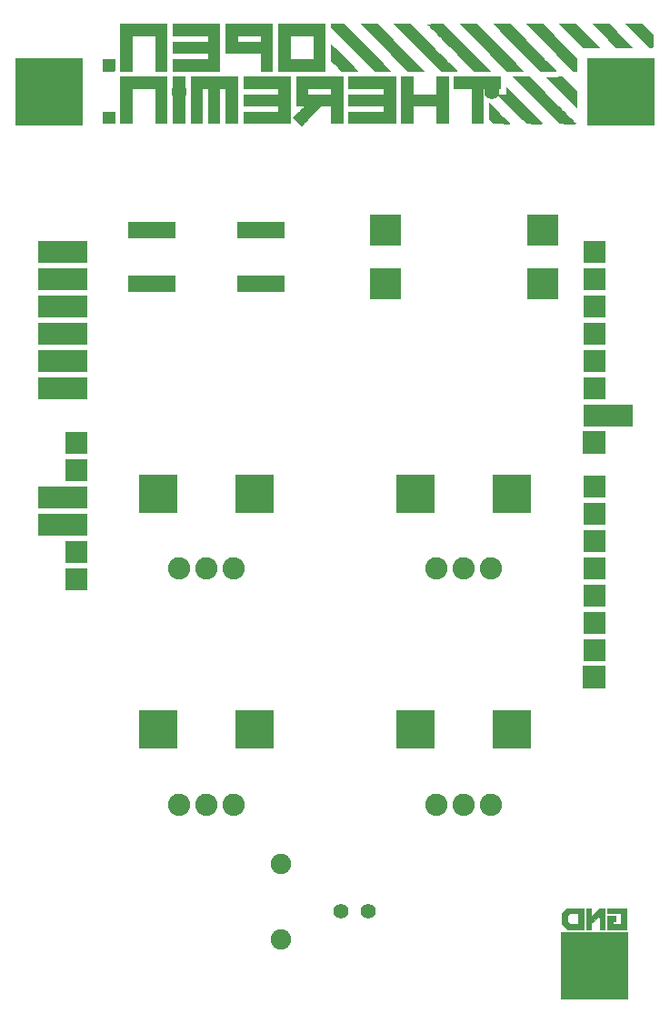
<source format=gbr>
G04 #@! TF.FileFunction,Soldermask,Bot*
%FSLAX46Y46*%
G04 Gerber Fmt 4.6, Leading zero omitted, Abs format (unit mm)*
G04 Created by KiCad (PCBNEW 4.1.0-alpha+201607190716+6983~46~ubuntu14.04.1-product) date Fri Sep 16 20:27:53 2016*
%MOMM*%
%LPD*%
G01*
G04 APERTURE LIST*
%ADD10C,0.100000*%
%ADD11C,0.010000*%
%ADD12R,2.100000X2.100000*%
%ADD13R,6.242000X6.242000*%
%ADD14C,1.400000*%
%ADD15C,1.900000*%
%ADD16R,2.900000X2.900000*%
%ADD17R,3.600000X3.600000*%
%ADD18C,2.076400*%
%ADD19R,4.400000X1.600000*%
G04 APERTURE END LIST*
D10*
D11*
G36*
X86358666Y-78897500D02*
X86760833Y-78897500D01*
X86886066Y-78898285D01*
X86995392Y-78900470D01*
X87082308Y-78903803D01*
X87140315Y-78908028D01*
X87162912Y-78912891D01*
X87163000Y-78913222D01*
X87148550Y-78931308D01*
X87107445Y-78975769D01*
X87043054Y-79043135D01*
X86958746Y-79129935D01*
X86857891Y-79232700D01*
X86743856Y-79347960D01*
X86628733Y-79463520D01*
X86094466Y-79998095D01*
X86464464Y-80368547D01*
X86566696Y-80470482D01*
X86658977Y-80561687D01*
X86737141Y-80638112D01*
X86797024Y-80695705D01*
X86834459Y-80730415D01*
X86845364Y-80739000D01*
X86861854Y-80724438D01*
X86905645Y-80682460D01*
X86974148Y-80615626D01*
X87064772Y-80526496D01*
X87174928Y-80417630D01*
X87302026Y-80291589D01*
X87443476Y-80150932D01*
X87596687Y-79998221D01*
X87759070Y-79836014D01*
X87776833Y-79818250D01*
X88697401Y-78897500D01*
X89618333Y-78897500D01*
X89618333Y-80527333D01*
X90676666Y-80527333D01*
X90676666Y-77267666D01*
X89618333Y-77267666D01*
X89618333Y-77839166D01*
X87395833Y-77839166D01*
X87395833Y-77267666D01*
X89618333Y-77267666D01*
X90676666Y-77267666D01*
X90676666Y-76209333D01*
X86358666Y-76209333D01*
X86358666Y-78897500D01*
X86358666Y-78897500D01*
G37*
X86358666Y-78897500D02*
X86760833Y-78897500D01*
X86886066Y-78898285D01*
X86995392Y-78900470D01*
X87082308Y-78903803D01*
X87140315Y-78908028D01*
X87162912Y-78912891D01*
X87163000Y-78913222D01*
X87148550Y-78931308D01*
X87107445Y-78975769D01*
X87043054Y-79043135D01*
X86958746Y-79129935D01*
X86857891Y-79232700D01*
X86743856Y-79347960D01*
X86628733Y-79463520D01*
X86094466Y-79998095D01*
X86464464Y-80368547D01*
X86566696Y-80470482D01*
X86658977Y-80561687D01*
X86737141Y-80638112D01*
X86797024Y-80695705D01*
X86834459Y-80730415D01*
X86845364Y-80739000D01*
X86861854Y-80724438D01*
X86905645Y-80682460D01*
X86974148Y-80615626D01*
X87064772Y-80526496D01*
X87174928Y-80417630D01*
X87302026Y-80291589D01*
X87443476Y-80150932D01*
X87596687Y-79998221D01*
X87759070Y-79836014D01*
X87776833Y-79818250D01*
X88697401Y-78897500D01*
X89618333Y-78897500D01*
X89618333Y-80527333D01*
X90676666Y-80527333D01*
X90676666Y-77267666D01*
X89618333Y-77267666D01*
X89618333Y-77839166D01*
X87395833Y-77839166D01*
X87395833Y-77267666D01*
X89618333Y-77267666D01*
X90676666Y-77267666D01*
X90676666Y-76209333D01*
X86358666Y-76209333D01*
X86358666Y-78897500D01*
G36*
X108720735Y-78367818D02*
X110879143Y-80526304D01*
X111625830Y-80532110D01*
X111798857Y-80533166D01*
X111957705Y-80533577D01*
X112097604Y-80533374D01*
X112213784Y-80532588D01*
X112301474Y-80531250D01*
X112355904Y-80529391D01*
X112372509Y-80527294D01*
X112357811Y-80511357D01*
X112314834Y-80467184D01*
X112245249Y-80396453D01*
X112150729Y-80300845D01*
X112032945Y-80182040D01*
X111893569Y-80041718D01*
X111734273Y-79881558D01*
X111556729Y-79703242D01*
X111362609Y-79508449D01*
X111153584Y-79298859D01*
X110931327Y-79076152D01*
X110697509Y-78842008D01*
X110453802Y-78598107D01*
X110218753Y-78363002D01*
X108065006Y-76209333D01*
X106562328Y-76209333D01*
X108720735Y-78367818D01*
X108720735Y-78367818D01*
G37*
X108720735Y-78367818D02*
X110879143Y-80526304D01*
X111625830Y-80532110D01*
X111798857Y-80533166D01*
X111957705Y-80533577D01*
X112097604Y-80533374D01*
X112213784Y-80532588D01*
X112301474Y-80531250D01*
X112355904Y-80529391D01*
X112372509Y-80527294D01*
X112357811Y-80511357D01*
X112314834Y-80467184D01*
X112245249Y-80396453D01*
X112150729Y-80300845D01*
X112032945Y-80182040D01*
X111893569Y-80041718D01*
X111734273Y-79881558D01*
X111556729Y-79703242D01*
X111362609Y-79508449D01*
X111153584Y-79298859D01*
X110931327Y-79076152D01*
X110697509Y-78842008D01*
X110453802Y-78598107D01*
X110218753Y-78363002D01*
X108065006Y-76209333D01*
X106562328Y-76209333D01*
X108720735Y-78367818D01*
G36*
X105980166Y-77839166D02*
X105101875Y-77839166D01*
X106445319Y-79182735D01*
X107788762Y-80526304D01*
X108535473Y-80532110D01*
X108708503Y-80533165D01*
X108867354Y-80533575D01*
X109007256Y-80533371D01*
X109123440Y-80532584D01*
X109211133Y-80531244D01*
X109265566Y-80529382D01*
X109282176Y-80527282D01*
X109267514Y-80511208D01*
X109224807Y-80467144D01*
X109155963Y-80397013D01*
X109062892Y-80302737D01*
X108947505Y-80186238D01*
X108811712Y-80049438D01*
X108657422Y-79894259D01*
X108486546Y-79722624D01*
X108300994Y-79536455D01*
X108102676Y-79337674D01*
X107893501Y-79128203D01*
X107675380Y-78909964D01*
X107631166Y-78865750D01*
X105980166Y-77214851D01*
X105980166Y-77839166D01*
X105980166Y-77839166D01*
G37*
X105980166Y-77839166D02*
X105101875Y-77839166D01*
X106445319Y-79182735D01*
X107788762Y-80526304D01*
X108535473Y-80532110D01*
X108708503Y-80533165D01*
X108867354Y-80533575D01*
X109007256Y-80533371D01*
X109123440Y-80532584D01*
X109211133Y-80531244D01*
X109265566Y-80529382D01*
X109282176Y-80527282D01*
X109267514Y-80511208D01*
X109224807Y-80467144D01*
X109155963Y-80397013D01*
X109062892Y-80302737D01*
X108947505Y-80186238D01*
X108811712Y-80049438D01*
X108657422Y-79894259D01*
X108486546Y-79722624D01*
X108300994Y-79536455D01*
X108102676Y-79337674D01*
X107893501Y-79128203D01*
X107675380Y-78909964D01*
X107631166Y-78865750D01*
X105980166Y-77214851D01*
X105980166Y-77839166D01*
G36*
X104351080Y-79408964D02*
X104350333Y-80163846D01*
X104709629Y-80516750D01*
X105461327Y-80527333D01*
X105634949Y-80529777D01*
X105794408Y-80532022D01*
X105934950Y-80534001D01*
X106051821Y-80535647D01*
X106140266Y-80536892D01*
X106195531Y-80537670D01*
X106212985Y-80537916D01*
X106198521Y-80523283D01*
X106156824Y-80481084D01*
X106090412Y-80413867D01*
X106001802Y-80324181D01*
X105893513Y-80214576D01*
X105768064Y-80087600D01*
X105627972Y-79945801D01*
X105475756Y-79791729D01*
X105313935Y-79627933D01*
X105282386Y-79596000D01*
X104351827Y-78654083D01*
X104351080Y-79408964D01*
X104351080Y-79408964D01*
G37*
X104351080Y-79408964D02*
X104350333Y-80163846D01*
X104709629Y-80516750D01*
X105461327Y-80527333D01*
X105634949Y-80529777D01*
X105794408Y-80532022D01*
X105934950Y-80534001D01*
X106051821Y-80535647D01*
X106140266Y-80536892D01*
X106195531Y-80537670D01*
X106212985Y-80537916D01*
X106198521Y-80523283D01*
X106156824Y-80481084D01*
X106090412Y-80413867D01*
X106001802Y-80324181D01*
X105893513Y-80214576D01*
X105768064Y-80087600D01*
X105627972Y-79945801D01*
X105475756Y-79791729D01*
X105313935Y-79627933D01*
X105282386Y-79596000D01*
X104351827Y-78654083D01*
X104351080Y-79408964D01*
G36*
X103233791Y-76209317D02*
X101069500Y-76209333D01*
X101069500Y-77267666D01*
X102699333Y-77267666D01*
X102699333Y-80527333D01*
X103757666Y-80527333D01*
X103757666Y-77267666D01*
X105386083Y-77267666D01*
X105392083Y-76738484D01*
X105398083Y-76209301D01*
X103233791Y-76209317D01*
X103233791Y-76209317D01*
G37*
X103233791Y-76209317D02*
X101069500Y-76209333D01*
X101069500Y-77267666D01*
X102699333Y-77267666D01*
X102699333Y-80527333D01*
X103757666Y-80527333D01*
X103757666Y-77267666D01*
X105386083Y-77267666D01*
X105392083Y-76738484D01*
X105398083Y-76209301D01*
X103233791Y-76209317D01*
G36*
X99439666Y-77839166D02*
X97217166Y-77839166D01*
X97217166Y-76209333D01*
X96158833Y-76209333D01*
X96158833Y-80527333D01*
X97217166Y-80527333D01*
X97217166Y-78897122D01*
X98323125Y-78902602D01*
X99429083Y-78908083D01*
X99434626Y-79717708D01*
X99440170Y-80527333D01*
X100498000Y-80527333D01*
X100498000Y-76209333D01*
X99439666Y-76209333D01*
X99439666Y-77839166D01*
X99439666Y-77839166D01*
G37*
X99439666Y-77839166D02*
X97217166Y-77839166D01*
X97217166Y-76209333D01*
X96158833Y-76209333D01*
X96158833Y-80527333D01*
X97217166Y-80527333D01*
X97217166Y-78897122D01*
X98323125Y-78902602D01*
X99429083Y-78908083D01*
X99434626Y-79717708D01*
X99440170Y-80527333D01*
X100498000Y-80527333D01*
X100498000Y-76209333D01*
X99439666Y-76209333D01*
X99439666Y-77839166D01*
G36*
X91248166Y-77267666D02*
X94529000Y-77267666D01*
X94529000Y-77839166D01*
X91248166Y-77839166D01*
X91248166Y-78897500D01*
X94530194Y-78897500D01*
X94524305Y-79188541D01*
X94518416Y-79479583D01*
X91248166Y-79490427D01*
X91248166Y-80527333D01*
X95587333Y-80527333D01*
X95587333Y-76209333D01*
X91248166Y-76209333D01*
X91248166Y-77267666D01*
X91248166Y-77267666D01*
G37*
X91248166Y-77267666D02*
X94529000Y-77267666D01*
X94529000Y-77839166D01*
X91248166Y-77839166D01*
X91248166Y-78897500D01*
X94530194Y-78897500D01*
X94524305Y-79188541D01*
X94518416Y-79479583D01*
X91248166Y-79490427D01*
X91248166Y-80527333D01*
X95587333Y-80527333D01*
X95587333Y-76209333D01*
X91248166Y-76209333D01*
X91248166Y-77267666D01*
G36*
X81448000Y-77267666D02*
X84707666Y-77267666D01*
X84707666Y-77839166D01*
X81448000Y-77839166D01*
X81448000Y-78897500D01*
X84707666Y-78897500D01*
X84707666Y-79490166D01*
X81448000Y-79490166D01*
X81448000Y-80527333D01*
X85766000Y-80527333D01*
X85766000Y-76209333D01*
X81448000Y-76209333D01*
X81448000Y-77267666D01*
X81448000Y-77267666D01*
G37*
X81448000Y-77267666D02*
X84707666Y-77267666D01*
X84707666Y-77839166D01*
X81448000Y-77839166D01*
X81448000Y-78897500D01*
X84707666Y-78897500D01*
X84707666Y-79490166D01*
X81448000Y-79490166D01*
X81448000Y-80527333D01*
X85766000Y-80527333D01*
X85766000Y-76209333D01*
X81448000Y-76209333D01*
X81448000Y-77267666D01*
G36*
X76537333Y-80527333D02*
X77595666Y-80527333D01*
X77595666Y-77267666D01*
X78167166Y-77267666D01*
X78167166Y-80527333D01*
X79225500Y-80527333D01*
X79225500Y-77267666D01*
X79818166Y-77267666D01*
X79818166Y-80527333D01*
X80855333Y-80527333D01*
X80855333Y-76209333D01*
X76537333Y-76209333D01*
X76537333Y-80527333D01*
X76537333Y-80527333D01*
G37*
X76537333Y-80527333D02*
X77595666Y-80527333D01*
X77595666Y-77267666D01*
X78167166Y-77267666D01*
X78167166Y-80527333D01*
X79225500Y-80527333D01*
X79225500Y-77267666D01*
X79818166Y-77267666D01*
X79818166Y-80527333D01*
X80855333Y-80527333D01*
X80855333Y-76209333D01*
X76537333Y-76209333D01*
X76537333Y-80527333D01*
G36*
X74907500Y-80527333D02*
X75965833Y-80527333D01*
X75965833Y-76209333D01*
X74907500Y-76209333D01*
X74907500Y-80527333D01*
X74907500Y-80527333D01*
G37*
X74907500Y-80527333D02*
X75965833Y-80527333D01*
X75965833Y-76209333D01*
X74907500Y-76209333D01*
X74907500Y-80527333D01*
G36*
X69996833Y-80527333D02*
X71055166Y-80527333D01*
X71055166Y-77267666D01*
X73256500Y-77267666D01*
X73256500Y-80527333D01*
X74314833Y-80527333D01*
X74314833Y-76209333D01*
X69996833Y-76209333D01*
X69996833Y-80527333D01*
X69996833Y-80527333D01*
G37*
X69996833Y-80527333D02*
X71055166Y-80527333D01*
X71055166Y-77267666D01*
X73256500Y-77267666D01*
X73256500Y-80527333D01*
X74314833Y-80527333D01*
X74314833Y-76209333D01*
X69996833Y-76209333D01*
X69996833Y-80527333D01*
G36*
X68367000Y-80527333D02*
X69425333Y-80527333D01*
X69425333Y-79490166D01*
X68367000Y-79490166D01*
X68367000Y-80527333D01*
X68367000Y-80527333D01*
G37*
X68367000Y-80527333D02*
X69425333Y-80527333D01*
X69425333Y-79490166D01*
X68367000Y-79490166D01*
X68367000Y-80527333D01*
G36*
X110389676Y-76214362D02*
X109644211Y-76219916D01*
X111050529Y-77627500D01*
X112456846Y-79035083D01*
X112456912Y-78283666D01*
X112456977Y-77532250D01*
X111796059Y-76870529D01*
X111135141Y-76208809D01*
X110389676Y-76214362D01*
X110389676Y-76214362D01*
G37*
X110389676Y-76214362D02*
X109644211Y-76219916D01*
X111050529Y-77627500D01*
X112456846Y-79035083D01*
X112456912Y-78283666D01*
X112456977Y-77532250D01*
X111796059Y-76870529D01*
X111135141Y-76208809D01*
X110389676Y-76214362D01*
G36*
X109980666Y-73468250D02*
X112150172Y-75637833D01*
X112457166Y-75637833D01*
X112457166Y-74441810D01*
X110885489Y-72870238D01*
X109313811Y-71298666D01*
X107811161Y-71298666D01*
X109980666Y-73468250D01*
X109980666Y-73468250D01*
G37*
X109980666Y-73468250D02*
X112150172Y-75637833D01*
X112457166Y-75637833D01*
X112457166Y-74441810D01*
X110885489Y-72870238D01*
X109313811Y-71298666D01*
X107811161Y-71298666D01*
X109980666Y-73468250D01*
G36*
X106911500Y-73468250D02*
X109081006Y-75637833D01*
X109816586Y-75637833D01*
X109988279Y-75637607D01*
X110145757Y-75636965D01*
X110284214Y-75635960D01*
X110398842Y-75634646D01*
X110484834Y-75633075D01*
X110537384Y-75631302D01*
X110552166Y-75629676D01*
X110537504Y-75613997D01*
X110494626Y-75570012D01*
X110425201Y-75499400D01*
X110330894Y-75403842D01*
X110213372Y-75285019D01*
X110074303Y-75144610D01*
X109915352Y-74984295D01*
X109738187Y-74805756D01*
X109544474Y-74610672D01*
X109335880Y-74400724D01*
X109114071Y-74177592D01*
X108880714Y-73942956D01*
X108637476Y-73698497D01*
X108400161Y-73460092D01*
X106248155Y-71298666D01*
X104741994Y-71298666D01*
X106911500Y-73468250D01*
X106911500Y-73468250D01*
G37*
X106911500Y-73468250D02*
X109081006Y-75637833D01*
X109816586Y-75637833D01*
X109988279Y-75637607D01*
X110145757Y-75636965D01*
X110284214Y-75635960D01*
X110398842Y-75634646D01*
X110484834Y-75633075D01*
X110537384Y-75631302D01*
X110552166Y-75629676D01*
X110537504Y-75613997D01*
X110494626Y-75570012D01*
X110425201Y-75499400D01*
X110330894Y-75403842D01*
X110213372Y-75285019D01*
X110074303Y-75144610D01*
X109915352Y-74984295D01*
X109738187Y-74805756D01*
X109544474Y-74610672D01*
X109335880Y-74400724D01*
X109114071Y-74177592D01*
X108880714Y-73942956D01*
X108637476Y-73698497D01*
X108400161Y-73460092D01*
X106248155Y-71298666D01*
X104741994Y-71298666D01*
X106911500Y-73468250D01*
G36*
X103821166Y-73468250D02*
X105990672Y-75637833D01*
X107493506Y-75637833D01*
X105324000Y-73468250D01*
X103154494Y-71298666D01*
X101651661Y-71298666D01*
X103821166Y-73468250D01*
X103821166Y-73468250D01*
G37*
X103821166Y-73468250D02*
X105990672Y-75637833D01*
X107493506Y-75637833D01*
X105324000Y-73468250D01*
X103154494Y-71298666D01*
X101651661Y-71298666D01*
X103821166Y-73468250D01*
G36*
X99156931Y-71299106D02*
X98999534Y-71300355D01*
X98861188Y-71302310D01*
X98746694Y-71304867D01*
X98660852Y-71307923D01*
X98608461Y-71311374D01*
X98593815Y-71314541D01*
X98608608Y-71331100D01*
X98651678Y-71375891D01*
X98721352Y-71447230D01*
X98815957Y-71543431D01*
X98933820Y-71662809D01*
X99073269Y-71803677D01*
X99232630Y-71964351D01*
X99410231Y-72143146D01*
X99604398Y-72338375D01*
X99813459Y-72548353D01*
X100035741Y-72771395D01*
X100269571Y-73005816D01*
X100513275Y-73249929D01*
X100747523Y-73484383D01*
X102900416Y-75638351D01*
X104403172Y-75637833D01*
X102233666Y-73468250D01*
X100064161Y-71298666D01*
X99328580Y-71298666D01*
X99156931Y-71299106D01*
X99156931Y-71299106D01*
G37*
X99156931Y-71299106D02*
X98999534Y-71300355D01*
X98861188Y-71302310D01*
X98746694Y-71304867D01*
X98660852Y-71307923D01*
X98608461Y-71311374D01*
X98593815Y-71314541D01*
X98608608Y-71331100D01*
X98651678Y-71375891D01*
X98721352Y-71447230D01*
X98815957Y-71543431D01*
X98933820Y-71662809D01*
X99073269Y-71803677D01*
X99232630Y-71964351D01*
X99410231Y-72143146D01*
X99604398Y-72338375D01*
X99813459Y-72548353D01*
X100035741Y-72771395D01*
X100269571Y-73005816D01*
X100513275Y-73249929D01*
X100747523Y-73484383D01*
X102900416Y-75638351D01*
X104403172Y-75637833D01*
X102233666Y-73468250D01*
X100064161Y-71298666D01*
X99328580Y-71298666D01*
X99156931Y-71299106D01*
G36*
X97661666Y-73468250D02*
X99831172Y-75637833D01*
X100566753Y-75637833D01*
X100738445Y-75637392D01*
X100895922Y-75636140D01*
X101034379Y-75634179D01*
X101149007Y-75631615D01*
X101235000Y-75628551D01*
X101287550Y-75625091D01*
X101302333Y-75621919D01*
X101287632Y-75605360D01*
X101244645Y-75560578D01*
X101175043Y-75489256D01*
X101080499Y-75393079D01*
X100962686Y-75273733D01*
X100823277Y-75132902D01*
X100663943Y-74972270D01*
X100486358Y-74793524D01*
X100292193Y-74598347D01*
X100083123Y-74388424D01*
X99860818Y-74165441D01*
X99626951Y-73931082D01*
X99383196Y-73687032D01*
X99148586Y-73452336D01*
X96994839Y-71298666D01*
X95492161Y-71298666D01*
X97661666Y-73468250D01*
X97661666Y-73468250D01*
G37*
X97661666Y-73468250D02*
X99831172Y-75637833D01*
X100566753Y-75637833D01*
X100738445Y-75637392D01*
X100895922Y-75636140D01*
X101034379Y-75634179D01*
X101149007Y-75631615D01*
X101235000Y-75628551D01*
X101287550Y-75625091D01*
X101302333Y-75621919D01*
X101287632Y-75605360D01*
X101244645Y-75560578D01*
X101175043Y-75489256D01*
X101080499Y-75393079D01*
X100962686Y-75273733D01*
X100823277Y-75132902D01*
X100663943Y-74972270D01*
X100486358Y-74793524D01*
X100292193Y-74598347D01*
X100083123Y-74388424D01*
X99860818Y-74165441D01*
X99626951Y-73931082D01*
X99383196Y-73687032D01*
X99148586Y-73452336D01*
X96994839Y-71298666D01*
X95492161Y-71298666D01*
X97661666Y-73468250D01*
G36*
X94571333Y-73468250D02*
X96740839Y-75637833D01*
X98243672Y-75637833D01*
X96074166Y-73468250D01*
X93904661Y-71298666D01*
X92401827Y-71298666D01*
X94571333Y-73468250D01*
X94571333Y-73468250D01*
G37*
X94571333Y-73468250D02*
X96740839Y-75637833D01*
X98243672Y-75637833D01*
X96074166Y-73468250D01*
X93904661Y-71298666D01*
X92401827Y-71298666D01*
X94571333Y-73468250D01*
G36*
X89618333Y-71605666D02*
X91634500Y-73621749D01*
X93650666Y-75637833D01*
X95153339Y-75637833D01*
X92983833Y-73468250D01*
X90814327Y-71298666D01*
X89618333Y-71298666D01*
X89618333Y-71605666D01*
X89618333Y-71605666D01*
G37*
X89618333Y-71605666D02*
X91634500Y-73621749D01*
X93650666Y-75637833D01*
X95153339Y-75637833D01*
X92983833Y-73468250D01*
X90814327Y-71298666D01*
X89618333Y-71298666D01*
X89618333Y-71605666D01*
G36*
X89623317Y-73949712D02*
X89617718Y-74695916D01*
X90089936Y-75166875D01*
X90562155Y-75637833D01*
X92062945Y-75637833D01*
X90845931Y-74420670D01*
X89628916Y-73203507D01*
X89623317Y-73949712D01*
X89623317Y-73949712D01*
G37*
X89623317Y-73949712D02*
X89617718Y-74695916D01*
X90089936Y-75166875D01*
X90562155Y-75637833D01*
X92062945Y-75637833D01*
X90845931Y-74420670D01*
X89628916Y-73203507D01*
X89623317Y-73949712D01*
G36*
X84707666Y-75637833D02*
X89046833Y-75637833D01*
X89046833Y-73453950D01*
X87988500Y-73453950D01*
X87988232Y-73665582D01*
X87987462Y-73864329D01*
X87986242Y-74046185D01*
X87984623Y-74207147D01*
X87982657Y-74343210D01*
X87980396Y-74450369D01*
X87977890Y-74524620D01*
X87975191Y-74561959D01*
X87974200Y-74565577D01*
X87950872Y-74568235D01*
X87889226Y-74570524D01*
X87793278Y-74572413D01*
X87667044Y-74573869D01*
X87514537Y-74574860D01*
X87339774Y-74575354D01*
X87146768Y-74575319D01*
X86939535Y-74574724D01*
X86868242Y-74574396D01*
X85776583Y-74568916D01*
X85776583Y-72367583D01*
X86882541Y-72362102D01*
X87988500Y-72356622D01*
X87988500Y-73453950D01*
X89046833Y-73453950D01*
X89046833Y-71298666D01*
X84707666Y-71298666D01*
X84707666Y-75637833D01*
X84707666Y-75637833D01*
G37*
X84707666Y-75637833D02*
X89046833Y-75637833D01*
X89046833Y-73453950D01*
X87988500Y-73453950D01*
X87988232Y-73665582D01*
X87987462Y-73864329D01*
X87986242Y-74046185D01*
X87984623Y-74207147D01*
X87982657Y-74343210D01*
X87980396Y-74450369D01*
X87977890Y-74524620D01*
X87975191Y-74561959D01*
X87974200Y-74565577D01*
X87950872Y-74568235D01*
X87889226Y-74570524D01*
X87793278Y-74572413D01*
X87667044Y-74573869D01*
X87514537Y-74574860D01*
X87339774Y-74575354D01*
X87146768Y-74575319D01*
X86939535Y-74574724D01*
X86868242Y-74574396D01*
X85776583Y-74568916D01*
X85776583Y-72367583D01*
X86882541Y-72362102D01*
X87988500Y-72356622D01*
X87988500Y-73453950D01*
X89046833Y-73453950D01*
X89046833Y-71298666D01*
X84707666Y-71298666D01*
X84707666Y-75637833D01*
G36*
X79818166Y-73986570D02*
X83067250Y-73997416D01*
X83072790Y-74817625D01*
X83078330Y-75637833D01*
X84136166Y-75637833D01*
X84136166Y-72928877D01*
X83077833Y-72928877D01*
X81971875Y-72923397D01*
X80865916Y-72917916D01*
X80865916Y-72367583D01*
X81971875Y-72362102D01*
X83077833Y-72356622D01*
X83077833Y-72928877D01*
X84136166Y-72928877D01*
X84136166Y-71298666D01*
X79818166Y-71298666D01*
X79818166Y-73986570D01*
X79818166Y-73986570D01*
G37*
X79818166Y-73986570D02*
X83067250Y-73997416D01*
X83072790Y-74817625D01*
X83078330Y-75637833D01*
X84136166Y-75637833D01*
X84136166Y-72928877D01*
X83077833Y-72928877D01*
X81971875Y-72923397D01*
X80865916Y-72917916D01*
X80865916Y-72367583D01*
X81971875Y-72362102D01*
X83077833Y-72356622D01*
X83077833Y-72928877D01*
X84136166Y-72928877D01*
X84136166Y-71298666D01*
X79818166Y-71298666D01*
X79818166Y-73986570D01*
G36*
X74907500Y-72357000D02*
X78167166Y-72357000D01*
X78167166Y-72928500D01*
X74907500Y-72928500D01*
X74907500Y-73986833D01*
X78168361Y-73986833D01*
X78162472Y-74277875D01*
X78156583Y-74568916D01*
X76532041Y-74574339D01*
X74907500Y-74579762D01*
X74907500Y-75637833D01*
X79225500Y-75637833D01*
X79225500Y-71298666D01*
X74907500Y-71298666D01*
X74907500Y-72357000D01*
X74907500Y-72357000D01*
G37*
X74907500Y-72357000D02*
X78167166Y-72357000D01*
X78167166Y-72928500D01*
X74907500Y-72928500D01*
X74907500Y-73986833D01*
X78168361Y-73986833D01*
X78162472Y-74277875D01*
X78156583Y-74568916D01*
X76532041Y-74574339D01*
X74907500Y-74579762D01*
X74907500Y-75637833D01*
X79225500Y-75637833D01*
X79225500Y-71298666D01*
X74907500Y-71298666D01*
X74907500Y-72357000D01*
G36*
X69996833Y-75637833D02*
X71055166Y-75637833D01*
X71055166Y-72357000D01*
X73256239Y-72357000D01*
X73267083Y-75627250D01*
X74314833Y-75638572D01*
X74314833Y-71298666D01*
X69996833Y-71298666D01*
X69996833Y-75637833D01*
X69996833Y-75637833D01*
G37*
X69996833Y-75637833D02*
X71055166Y-75637833D01*
X71055166Y-72357000D01*
X73256239Y-72357000D01*
X73267083Y-75627250D01*
X74314833Y-75638572D01*
X74314833Y-71298666D01*
X69996833Y-71298666D01*
X69996833Y-75637833D01*
G36*
X68367000Y-75637833D02*
X68882055Y-75637833D01*
X69025642Y-75637276D01*
X69154974Y-75635711D01*
X69264095Y-75633297D01*
X69347050Y-75630192D01*
X69397881Y-75626556D01*
X69411222Y-75623722D01*
X69415141Y-75599473D01*
X69418641Y-75538849D01*
X69421565Y-75447804D01*
X69423752Y-75332296D01*
X69425045Y-75198280D01*
X69425333Y-75094555D01*
X69425333Y-74579500D01*
X68367000Y-74579500D01*
X68367000Y-75637833D01*
X68367000Y-75637833D01*
G37*
X68367000Y-75637833D02*
X68882055Y-75637833D01*
X69025642Y-75637276D01*
X69154974Y-75635711D01*
X69264095Y-75633297D01*
X69347050Y-75630192D01*
X69397881Y-75626556D01*
X69411222Y-75623722D01*
X69415141Y-75599473D01*
X69418641Y-75538849D01*
X69421565Y-75447804D01*
X69423752Y-75332296D01*
X69425045Y-75198280D01*
X69425333Y-75094555D01*
X69425333Y-74579500D01*
X68367000Y-74579500D01*
X68367000Y-75637833D01*
G36*
X118161583Y-72378166D02*
X119240928Y-73457666D01*
X119380353Y-73457666D01*
X119453655Y-73455668D01*
X119509142Y-73450443D01*
X119533889Y-73443555D01*
X119537582Y-73419489D01*
X119540913Y-73358666D01*
X119543753Y-73266663D01*
X119545968Y-73149055D01*
X119547426Y-73011420D01*
X119547997Y-72859333D01*
X119548000Y-72846651D01*
X119548000Y-72263858D01*
X118586136Y-71298666D01*
X117082239Y-71298666D01*
X118161583Y-72378166D01*
X118161583Y-72378166D01*
G37*
X118161583Y-72378166D02*
X119240928Y-73457666D01*
X119380353Y-73457666D01*
X119453655Y-73455668D01*
X119509142Y-73450443D01*
X119533889Y-73443555D01*
X119537582Y-73419489D01*
X119540913Y-73358666D01*
X119543753Y-73266663D01*
X119545968Y-73149055D01*
X119547426Y-73011420D01*
X119547997Y-72859333D01*
X119548000Y-72846651D01*
X119548000Y-72263858D01*
X118586136Y-71298666D01*
X117082239Y-71298666D01*
X118161583Y-72378166D01*
G36*
X115071250Y-72378166D02*
X116150594Y-73457666D01*
X117653428Y-73457666D01*
X116574083Y-72378166D01*
X115494739Y-71298666D01*
X113991905Y-71298666D01*
X115071250Y-72378166D01*
X115071250Y-72378166D01*
G37*
X115071250Y-72378166D02*
X116150594Y-73457666D01*
X117653428Y-73457666D01*
X116574083Y-72378166D01*
X115494739Y-71298666D01*
X113991905Y-71298666D01*
X115071250Y-72378166D01*
G36*
X111980916Y-72378166D02*
X113060261Y-73457666D01*
X114563094Y-73457666D01*
X113483750Y-72378166D01*
X112404405Y-71298666D01*
X110901572Y-71298666D01*
X111980916Y-72378166D01*
X111980916Y-72378166D01*
G37*
X111980916Y-72378166D02*
X113060261Y-73457666D01*
X114563094Y-73457666D01*
X113483750Y-72378166D01*
X112404405Y-71298666D01*
X110901572Y-71298666D01*
X111980916Y-72378166D01*
G36*
X115374600Y-154068470D02*
X116004309Y-154074076D01*
X116634017Y-154079683D01*
X116639998Y-154545350D01*
X116641237Y-154684208D01*
X116641343Y-154810981D01*
X116640393Y-154918775D01*
X116638463Y-155000700D01*
X116635629Y-155049865D01*
X116634303Y-155058641D01*
X116628995Y-155075569D01*
X116618650Y-155087919D01*
X116597326Y-155096413D01*
X116559079Y-155101773D01*
X116497968Y-155104720D01*
X116408049Y-155105976D01*
X116283381Y-155106262D01*
X116242031Y-155106266D01*
X115861434Y-155106266D01*
X115861434Y-154809933D01*
X116094267Y-154809933D01*
X116094267Y-154344266D01*
X115374600Y-154344266D01*
X115374600Y-155550766D01*
X117099684Y-155550766D01*
X117099684Y-153603433D01*
X115374600Y-153603433D01*
X115374600Y-154068470D01*
X115374600Y-154068470D01*
G37*
X115374600Y-154068470D02*
X116004309Y-154074076D01*
X116634017Y-154079683D01*
X116639998Y-154545350D01*
X116641237Y-154684208D01*
X116641343Y-154810981D01*
X116640393Y-154918775D01*
X116638463Y-155000700D01*
X116635629Y-155049865D01*
X116634303Y-155058641D01*
X116628995Y-155075569D01*
X116618650Y-155087919D01*
X116597326Y-155096413D01*
X116559079Y-155101773D01*
X116497968Y-155104720D01*
X116408049Y-155105976D01*
X116283381Y-155106262D01*
X116242031Y-155106266D01*
X115861434Y-155106266D01*
X115861434Y-154809933D01*
X116094267Y-154809933D01*
X116094267Y-154344266D01*
X115374600Y-154344266D01*
X115374600Y-155550766D01*
X117099684Y-155550766D01*
X117099684Y-153603433D01*
X115374600Y-153603433D01*
X115374600Y-154068470D01*
G36*
X114252767Y-153973850D02*
X114150262Y-154075855D01*
X114057362Y-154167110D01*
X113978298Y-154243556D01*
X113917303Y-154301131D01*
X113878610Y-154335773D01*
X113866702Y-154344266D01*
X113861490Y-154324229D01*
X113856981Y-154268635D01*
X113853470Y-154184256D01*
X113851251Y-154077867D01*
X113850600Y-153973850D01*
X113850600Y-153603433D01*
X113384934Y-153603433D01*
X113384934Y-155550766D01*
X113850600Y-155550766D01*
X113850600Y-155031742D01*
X114226523Y-154656254D01*
X114329906Y-154553589D01*
X114423658Y-154461628D01*
X114503582Y-154384396D01*
X114565479Y-154325919D01*
X114605153Y-154290220D01*
X114618107Y-154280766D01*
X114622030Y-154301070D01*
X114625593Y-154358533D01*
X114628669Y-154447982D01*
X114631131Y-154564242D01*
X114632850Y-154702140D01*
X114633699Y-154856502D01*
X114633767Y-154915766D01*
X114633767Y-155550766D01*
X115099434Y-155550766D01*
X115099434Y-153603433D01*
X114622730Y-153603433D01*
X114252767Y-153973850D01*
X114252767Y-153973850D01*
G37*
X114252767Y-153973850D02*
X114150262Y-154075855D01*
X114057362Y-154167110D01*
X113978298Y-154243556D01*
X113917303Y-154301131D01*
X113878610Y-154335773D01*
X113866702Y-154344266D01*
X113861490Y-154324229D01*
X113856981Y-154268635D01*
X113853470Y-154184256D01*
X113851251Y-154077867D01*
X113850600Y-153973850D01*
X113850600Y-153603433D01*
X113384934Y-153603433D01*
X113384934Y-155550766D01*
X113850600Y-155550766D01*
X113850600Y-155031742D01*
X114226523Y-154656254D01*
X114329906Y-154553589D01*
X114423658Y-154461628D01*
X114503582Y-154384396D01*
X114565479Y-154325919D01*
X114605153Y-154290220D01*
X114618107Y-154280766D01*
X114622030Y-154301070D01*
X114625593Y-154358533D01*
X114628669Y-154447982D01*
X114631131Y-154564242D01*
X114632850Y-154702140D01*
X114633699Y-154856502D01*
X114633767Y-154915766D01*
X114633767Y-155550766D01*
X115099434Y-155550766D01*
X115099434Y-153603433D01*
X114622730Y-153603433D01*
X114252767Y-153973850D01*
G36*
X111141267Y-154080345D02*
X111141267Y-155075207D01*
X111379723Y-155312986D01*
X111618180Y-155550766D01*
X113109767Y-155550766D01*
X113109767Y-154833228D01*
X112640650Y-154833228D01*
X112639977Y-154940199D01*
X112638454Y-155020955D01*
X112636138Y-155069142D01*
X112634591Y-155079350D01*
X112619802Y-155089621D01*
X112581476Y-155097134D01*
X112515146Y-155102200D01*
X112416342Y-155105130D01*
X112280597Y-155106236D01*
X112248459Y-155106266D01*
X111872656Y-155106266D01*
X111606934Y-154842906D01*
X111606934Y-154311191D01*
X111729755Y-154189652D01*
X111852576Y-154068112D01*
X112243046Y-154073898D01*
X112633517Y-154079683D01*
X112639219Y-154566058D01*
X112640417Y-154706396D01*
X112640650Y-154833228D01*
X113109767Y-154833228D01*
X113109767Y-153603433D01*
X111616827Y-153603433D01*
X111141267Y-154080345D01*
X111141267Y-154080345D01*
G37*
X111141267Y-154080345D02*
X111141267Y-155075207D01*
X111379723Y-155312986D01*
X111618180Y-155550766D01*
X113109767Y-155550766D01*
X113109767Y-154833228D01*
X112640650Y-154833228D01*
X112639977Y-154940199D01*
X112638454Y-155020955D01*
X112636138Y-155069142D01*
X112634591Y-155079350D01*
X112619802Y-155089621D01*
X112581476Y-155097134D01*
X112515146Y-155102200D01*
X112416342Y-155105130D01*
X112280597Y-155106236D01*
X112248459Y-155106266D01*
X111872656Y-155106266D01*
X111606934Y-154842906D01*
X111606934Y-154311191D01*
X111729755Y-154189652D01*
X111852576Y-154068112D01*
X112243046Y-154073898D01*
X112633517Y-154079683D01*
X112639219Y-154566058D01*
X112640417Y-154706396D01*
X112640650Y-154833228D01*
X113109767Y-154833228D01*
X113109767Y-153603433D01*
X111616827Y-153603433D01*
X111141267Y-154080345D01*
D12*
X64600000Y-117900000D03*
X65870000Y-117900000D03*
X65870000Y-122980000D03*
X65870000Y-120440000D03*
X65870000Y-115360000D03*
X65870000Y-112820000D03*
X65870000Y-110280000D03*
D13*
X63400000Y-77600000D03*
X116600000Y-77600000D03*
D14*
X104570000Y-77600000D03*
X75430000Y-77600000D03*
X90508000Y-153904000D03*
X93048000Y-153904000D03*
D12*
X114130000Y-100120000D03*
X114130000Y-105200000D03*
X114130000Y-102660000D03*
X114130000Y-107740000D03*
D10*
G36*
X115180000Y-111330000D02*
X113080000Y-111330000D01*
X113080000Y-109230000D01*
X115180000Y-109230000D01*
X115180000Y-111330000D01*
X115180000Y-111330000D01*
G37*
D12*
X114130000Y-97580000D03*
X114130000Y-95040000D03*
X114130000Y-92500000D03*
X114130000Y-121964000D03*
X114130000Y-127044000D03*
X114130000Y-124504000D03*
X114130000Y-129584000D03*
D10*
G36*
X115180000Y-133174000D02*
X113080000Y-133174000D01*
X113080000Y-131074000D01*
X115180000Y-131074000D01*
X115180000Y-133174000D01*
X115180000Y-133174000D01*
G37*
D12*
X114130000Y-119424000D03*
X114130000Y-116884000D03*
X114130000Y-114344000D03*
X65870000Y-100120000D03*
X65870000Y-105200000D03*
X65870000Y-102660000D03*
X65870000Y-97580000D03*
X65870000Y-95040000D03*
X65870000Y-92500000D03*
D13*
X114130000Y-159000000D03*
D12*
X116670000Y-107740000D03*
X63330000Y-117900000D03*
X63330000Y-115360000D03*
X63330000Y-100120000D03*
X63330000Y-105200000D03*
X63330000Y-102660000D03*
X63330000Y-97580000D03*
X63330000Y-95040000D03*
X63330000Y-92500000D03*
X115400000Y-107740000D03*
X64600000Y-92500000D03*
X64600000Y-95040000D03*
X64600000Y-97580000D03*
X64600000Y-100120000D03*
X64600000Y-102660000D03*
X64600000Y-105200000D03*
D15*
X84920000Y-156480000D03*
X84920000Y-149480000D03*
D16*
X109300000Y-95500000D03*
X109300000Y-90500000D03*
X94700000Y-95500000D03*
X94700000Y-90500000D03*
D17*
X82500000Y-115000000D03*
X73500000Y-115000000D03*
D18*
X75460000Y-122000000D03*
X78000000Y-122000000D03*
X80540000Y-122000000D03*
D17*
X106500000Y-115000000D03*
X97500000Y-115000000D03*
D18*
X99460000Y-122000000D03*
X102000000Y-122000000D03*
X104540000Y-122000000D03*
D17*
X106500000Y-137000000D03*
X97500000Y-137000000D03*
D18*
X99460000Y-144000000D03*
X102000000Y-144000000D03*
X104540000Y-144000000D03*
D17*
X82500000Y-137000000D03*
X73500000Y-137000000D03*
D18*
X75460000Y-144000000D03*
X78000000Y-144000000D03*
X80540000Y-144000000D03*
D12*
X64600000Y-115360000D03*
D19*
X72920000Y-90500000D03*
X83080000Y-90500000D03*
X72920000Y-95500000D03*
X83080000Y-95500000D03*
M02*

</source>
